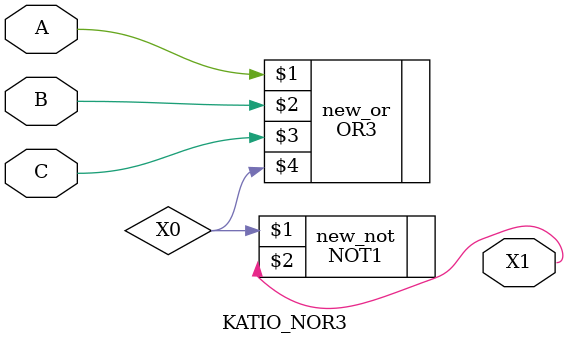
<source format=v>

module KATIO_NOR3 (
	input A,
	input B,
	input C,
	output X1 );

	OR3 new_or (A, B, C, X0);
	NOT1 new_not (X0, X1);

endmodule

</source>
